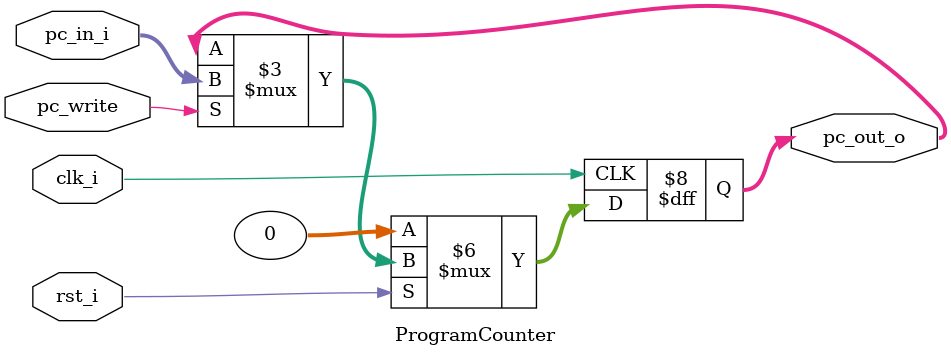
<source format=v>

module ProgramCounter(
    clk_i,
	rst_i,
	pc_write,
	pc_in_i,
	pc_out_o
	);
     
//I/O ports
input           clk_i;
input	        rst_i;
input            pc_write;
input  [32-1:0] pc_in_i;
output [32-1:0] pc_out_o;
 
//Internal Signals
reg    [32-1:0] pc_out_o;
 
//Parameter

    
//Main function
always @(posedge clk_i) begin
    if(~rst_i)
	    pc_out_o <= 0;
	else if(pc_write) 
	    pc_out_o <= pc_in_i;
	    ///change to pc_in_i +4  
end

endmodule



                    
                    
</source>
